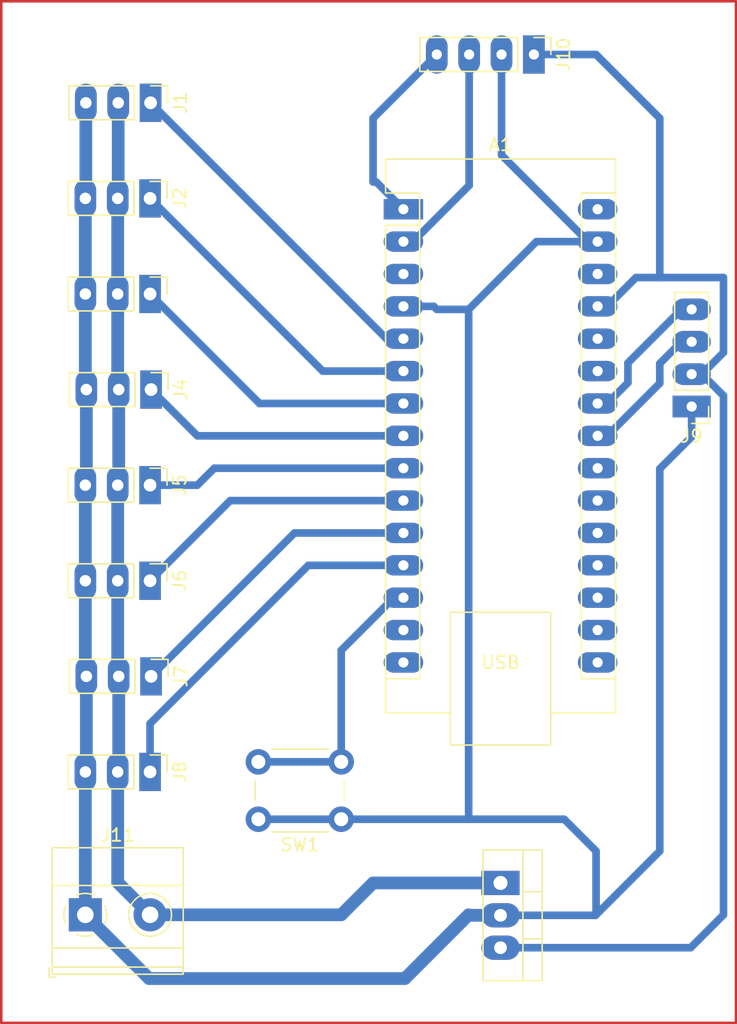
<source format=kicad_pcb>
(kicad_pcb (version 20240108) (generator "pcbnew") (generator_version "8.0")
  (layers (0 "F.Cu" signal) (31 "B.Cu" signal) (34 "B.Paste" user) (35 "F.Paste" user) (36 "B.SilkS" user "B.Silkscreen") (37 "F.SilkS" user "F.Silkscreen") (38 "B.Mask" user) (39 "F.Mask" user) (44 "Edge.Cuts" user))
  (net 0 "")
  (net 3 "d2")
  (net 5 "d3")
  (net 7 "d1")
  (net 8 "Net-(A1-D10{slash}CS)")
  (net 13 "d8")
  (net 14 "Net-(J1-Pin_3)")
  (net 16 "d6")
  (net 17 "Net-(A1-D1{slash}TX)")
  (net 18 "Net-(A1-SDA{slash}A4)")
  (net 19 "Net-(A1-VUSB{slash}5V)")
  (net 20 "Net-(A1-SCL{slash}A5)")
  (net 21 "d7")
  (net 23 "Net-(A1-D0{slash}RX)")
  (net 26 "d4")
  (net 28 "d5")
  (net 30 "Net-(J1-Pin_2)")
  (footprint "Connector_PinHeader_2.54mm:PinHeader_1x03_P2.54mm_Vertical" (layer "F.Cu") (at 117.5 103.79 -90)
    (property "Reference" "J6" (at 0 -2.33 90) (layer "F.SilkS"))
    (property "Value" "Conn_01x03_Socket" (hide yes))
    (fp_line (start -1.33 6.41) (end 1.33 6.41) (stroke (width 0.12)) (layer "F.SilkS"))
    (fp_line (start -1.33 1.27) (end -1.33 6.41) (stroke (width 0.12)) (layer "F.SilkS"))
    (fp_line (start -1.33 1.27) (end 1.33 1.27) (stroke (width 0.12)) (layer "F.SilkS"))
    (fp_line (start 1.33 1.27) (end 1.33 6.41) (stroke (width 0.12)) (layer "F.SilkS"))
    (fp_line (start -1.33 0) (end -1.33 -1.33) (stroke (width 0.12)) (layer "F.SilkS"))
    (fp_line (start -1.33 -1.33) (end 0 -1.33) (stroke (width 0.12)) (layer "F.SilkS"))
    (pad "1" thru_hole rect (at 0 0 270) (size 3 1.7) (drill 1) (layers "*.Cu" "*.Mask") (net 16 "d6"))
    (pad "2" thru_hole oval (at 0 2.54 270) (size 3 1.7) (drill 0.9) (layers "*.Cu" "*.Mask") (net 30 "Net-(J1-Pin_2)"))
    (pad "3" thru_hole oval (at 0 5.08 270) (size 3 1.7) (drill 0.9) (layers "*.Cu" "*.Mask") (net 14 "Net-(J1-Pin_3)"))
  )
  (footprint "Connector_PinHeader_2.54mm:PinHeader_1x04_P2.54mm_Vertical" (layer "F.Cu") (at 160 90.12 180)
    (property "Reference" "J9" (at 0 -2.33 0) (layer "F.SilkS"))
    (property "Value" "Conn_01x04_Socket" (hide yes))
    (fp_line (start 1.33 1.27) (end 1.33 8.95) (stroke (width 0.12)) (layer "F.SilkS"))
    (fp_line (start -1.33 8.95) (end 1.33 8.95) (stroke (width 0.12)) (layer "F.SilkS"))
    (fp_line (start -1.33 1.27) (end 1.33 1.27) (stroke (width 0.12)) (layer "F.SilkS"))
    (fp_line (start -1.33 1.27) (end -1.33 8.95) (stroke (width 0.12)) (layer "F.SilkS"))
    (fp_line (start -1.33 0) (end -1.33 -1.33) (stroke (width 0.12)) (layer "F.SilkS"))
    (fp_line (start -1.33 -1.33) (end 0 -1.33) (stroke (width 0.12)) (layer "F.SilkS"))
    (pad "1" thru_hole rect (at 0 0 180) (size 3 1.7) (drill 0.8) (layers "*.Cu" "*.Mask") (net 14 "Net-(J1-Pin_3)"))
    (pad "2" thru_hole oval (at 0 2.54 180) (size 3 1.7) (drill 0.8) (layers "*.Cu" "*.Mask") (net 19 "Net-(A1-VUSB{slash}5V)"))
    (pad "3" thru_hole oval (at 0 5.08 180) (size 3 1.7) (drill 0.8) (layers "*.Cu" "*.Mask") (net 18 "Net-(A1-SDA{slash}A4)"))
    (pad "4" thru_hole oval (at 0 7.62 180) (size 3 1.7) (drill 0.8) (layers "*.Cu" "*.Mask") (net 20 "Net-(A1-SCL{slash}A5)"))
  )
  (footprint "Connector_PinHeader_2.54mm:PinHeader_1x03_P2.54mm_Vertical" (layer "F.Cu") (at 117.58 88.79 -90)
    (property "Reference" "J4" (at 0 -2.33 90) (layer "F.SilkS"))
    (property "Value" "Conn_01x03_Socket" (hide yes))
    (fp_line (start -1.33 6.41) (end 1.33 6.41) (stroke (width 0.12)) (layer "F.SilkS"))
    (fp_line (start -1.33 1.27) (end -1.33 6.41) (stroke (width 0.12)) (layer "F.SilkS"))
    (fp_line (start -1.33 1.27) (end 1.33 1.27) (stroke (width 0.12)) (layer "F.SilkS"))
    (fp_line (start 1.33 1.27) (end 1.33 6.41) (stroke (width 0.12)) (layer "F.SilkS"))
    (fp_line (start -1.33 0) (end -1.33 -1.33) (stroke (width 0.12)) (layer "F.SilkS"))
    (fp_line (start -1.33 -1.33) (end 0 -1.33) (stroke (width 0.12)) (layer "F.SilkS"))
    (pad "1" thru_hole rect (at 0 0 270) (size 3 1.7) (drill 1) (layers "*.Cu" "*.Mask") (net 26 "d4"))
    (pad "2" thru_hole oval (at 0 2.54 270) (size 3 1.7) (drill 0.9) (layers "*.Cu" "*.Mask") (net 30 "Net-(J1-Pin_2)"))
    (pad "3" thru_hole oval (at 0 5.08 270) (size 3 1.7) (drill 0.9) (layers "*.Cu" "*.Mask") (net 14 "Net-(J1-Pin_3)"))
  )
  (footprint "Button_Switch_THT:SW_PUSH_6mm_H4.3mm" (layer "F.Cu") (at 132.5 122.5 180)
    (property "Reference" "SW1" (at 3.25 -2 0) (layer "F.SilkS"))
    (property "Value" "SW_SPST")
    (fp_line (start 6.75 3) (end 6.75 1.5) (stroke (width 0.12)) (layer "F.SilkS"))
    (fp_line (start 5.5 -1) (end 1 -1) (stroke (width 0.12)) (layer "F.SilkS"))
    (fp_line (start 1 5.5) (end 5.5 5.5) (stroke (width 0.12)) (layer "F.SilkS"))
    (fp_line (start -0.25 1.5) (end -0.25 3) (stroke (width 0.12)) (layer "F.SilkS"))
    (pad "1" thru_hole circle (at 0 0 270) (size 2 2) (drill 1.1) (layers "*.Cu" "*.Mask") (net 14 "Net-(J1-Pin_3)"))
    (pad "1" thru_hole circle (at 6.5 0 270) (size 2 2) (drill 1.1) (layers "*.Cu" "*.Mask") (net 14 "Net-(J1-Pin_3)"))
    (pad "2" thru_hole circle (at 0 4.5 270) (size 2 2) (drill 1.1) (layers "*.Cu" "*.Mask") (net 8 "Net-(A1-D10{slash}CS)"))
    (pad "2" thru_hole circle (at 6.5 4.5 270) (size 2 2) (drill 1.1) (layers "*.Cu" "*.Mask") (net 8 "Net-(A1-D10{slash}CS)"))
  )
  (footprint "Connector_PinHeader_2.54mm:PinHeader_1x03_P2.54mm_Vertical" (layer "F.Cu") (at 117.5 118.79 -90)
    (property "Reference" "J8" (at 0 -2.33 90) (layer "F.SilkS"))
    (property "Value" "Conn_01x03_Socket" (hide yes))
    (fp_line (start -1.33 6.41) (end 1.33 6.41) (stroke (width 0.12)) (layer "F.SilkS"))
    (fp_line (start -1.33 1.27) (end -1.33 6.41) (stroke (width 0.12)) (layer "F.SilkS"))
    (fp_line (start -1.33 1.27) (end 1.33 1.27) (stroke (width 0.12)) (layer "F.SilkS"))
    (fp_line (start 1.33 1.27) (end 1.33 6.41) (stroke (width 0.12)) (layer "F.SilkS"))
    (fp_line (start -1.33 0) (end -1.33 -1.33) (stroke (width 0.12)) (layer "F.SilkS"))
    (fp_line (start -1.33 -1.33) (end 0 -1.33) (stroke (width 0.12)) (layer "F.SilkS"))
    (pad "1" thru_hole rect (at 0 0 270) (size 3 1.7) (drill 1) (layers "*.Cu" "*.Mask") (net 13 "d8"))
    (pad "2" thru_hole oval (at 0 2.54 270) (size 3 1.7) (drill 0.9) (layers "*.Cu" "*.Mask") (net 30 "Net-(J1-Pin_2)"))
    (pad "3" thru_hole oval (at 0 5.08 270) (size 3 1.7) (drill 0.9) (layers "*.Cu" "*.Mask") (net 14 "Net-(J1-Pin_3)"))
  )
  (footprint "Module:Arduino_Nano" (layer "F.Cu") (at 137.3825 74.64)
    (property "Reference" "A1" (at 7.62 -5.08 0) (layer "F.SilkS"))
    (property "Value" "Arduino_Nano_ESP32")
    (fp_line (start -1.4 -3.94) (end -1.4 -1.27) (stroke (width 0.12)) (layer "F.SilkS"))
    (fp_line (start -1.4 1.27) (end -1.4 39.5) (stroke (width 0.12)) (layer "F.SilkS"))
    (fp_line (start -1.4 39.5) (end 3.68 39.5) (stroke (width 0.12)) (layer "F.SilkS"))
    (fp_line (start 1.27 -1.27) (end -1.4 -1.27) (stroke (width 0.12)) (layer "F.SilkS"))
    (fp_line (start 1.27 1.27) (end -1.4 1.27) (stroke (width 0.12)) (layer "F.SilkS"))
    (fp_line (start 1.27 1.27) (end 1.27 -1.27) (stroke (width 0.12)) (layer "F.SilkS"))
    (fp_line (start 1.27 1.27) (end 1.27 36.83) (stroke (width 0.12)) (layer "F.SilkS"))
    (fp_line (start 1.27 36.83) (end -1.4 36.83) (stroke (width 0.12)) (layer "F.SilkS"))
    (fp_line (start 3.68 31.62) (end 11.56 31.62) (stroke (width 0.12)) (layer "F.SilkS"))
    (fp_line (start 3.68 42.04) (end 3.68 31.62) (stroke (width 0.12)) (layer "F.SilkS"))
    (fp_line (start 11.56 31.62) (end 11.56 42.04) (stroke (width 0.12)) (layer "F.SilkS"))
    (fp_line (start 11.56 42.04) (end 3.68 42.04) (stroke (width 0.12)) (layer "F.SilkS"))
    (fp_line (start 13.97 -1.27) (end 13.97 36.83) (stroke (width 0.12)) (layer "F.SilkS"))
    (fp_line (start 13.97 -1.27) (end 16.64 -1.27) (stroke (width 0.12)) (layer "F.SilkS"))
    (fp_line (start 13.97 36.83) (end 16.64 36.83) (stroke (width 0.12)) (layer "F.SilkS"))
    (fp_line (start 16.64 -3.94) (end -1.4 -3.94) (stroke (width 0.12)) (layer "F.SilkS"))
    (fp_line (start 16.64 39.5) (end 11.56 39.5) (stroke (width 0.12)) (layer "F.SilkS"))
    (fp_line (start 16.64 39.5) (end 16.64 -3.94) (stroke (width 0.12)) (layer "F.SilkS"))
    (fp_text user "USB" (at 7.62 35.56 0) (layer "F.SilkS"))
    (pad "1" thru_hole rect (at 0 0) (size 3.1 1.6) (drill 0.8) (layers "*.Cu" "*.Mask") (net 17 "Net-(A1-D1{slash}TX)"))
    (pad "2" thru_hole oval (at 0 2.54) (size 3.1 1.6) (drill 0.8) (layers "*.Cu" "*.Mask") (net 23 "Net-(A1-D0{slash}RX)"))
    (pad "3" thru_hole oval (at 0 5.08) (size 3.1 1.6) (drill 0.8) (layers "*.Cu" "*.Mask"))
    (pad "4" thru_hole oval (at 0 7.62) (size 3.1 1.6) (drill 0.8) (layers "*.Cu" "*.Mask") (net 14 "Net-(J1-Pin_3)"))
    (pad "5" thru_hole oval (at 0 10.16) (size 3.1 1.6) (drill 0.8) (layers "*.Cu" "*.Mask") (net 7 "d1"))
    (pad "6" thru_hole oval (at 0 12.7) (size 3.1 1.6) (drill 0.8) (layers "*.Cu" "*.Mask") (net 3 "d2"))
    (pad "7" thru_hole oval (at 0 15.24) (size 3.1 1.6) (drill 0.8) (layers "*.Cu" "*.Mask") (net 5 "d3"))
    (pad "8" thru_hole oval (at 0 17.78) (size 3.1 1.6) (drill 0.8) (layers "*.Cu" "*.Mask") (net 26 "d4"))
    (pad "9" thru_hole oval (at 0 20.32) (size 3.1 1.6) (drill 0.8) (layers "*.Cu" "*.Mask") (net 28 "d5"))
    (pad "10" thru_hole oval (at 0 22.86) (size 3.1 1.6) (drill 0.8) (layers "*.Cu" "*.Mask") (net 16 "d6"))
    (pad "11" thru_hole oval (at 0 25.4) (size 3.1 1.6) (drill 0.8) (layers "*.Cu" "*.Mask") (net 21 "d7"))
    (pad "12" thru_hole oval (at 0 27.94) (size 3.1 1.6) (drill 0.8) (layers "*.Cu" "*.Mask") (net 13 "d8"))
    (pad "13" thru_hole oval (at 0 30.48) (size 3.1 1.6) (drill 0.8) (layers "*.Cu" "*.Mask") (net 8 "Net-(A1-D10{slash}CS)"))
    (pad "14" thru_hole oval (at 0 33.02) (size 3.1 1.6) (drill 0.8) (layers "*.Cu" "*.Mask"))
    (pad "15" thru_hole oval (at 0 35.56) (size 3.1 1.6) (drill 0.8) (layers "*.Cu" "*.Mask"))
    (pad "16" thru_hole oval (at 15.24 35.56) (size 3.1 1.6) (drill 0.8) (layers "*.Cu" "*.Mask"))
    (pad "17" thru_hole oval (at 15.24 33.02) (size 3.1 1.6) (drill 0.8) (layers "*.Cu" "*.Mask"))
    (pad "18" thru_hole oval (at 15.24 30.48) (size 3.1 1.6) (drill 0.8) (layers "*.Cu" "*.Mask"))
    (pad "19" thru_hole oval (at 15.24 27.94) (size 3.1 1.6) (drill 0.8) (layers "*.Cu" "*.Mask"))
    (pad "20" thru_hole oval (at 15.24 25.4) (size 3.1 1.6) (drill 0.8) (layers "*.Cu" "*.Mask"))
    (pad "21" thru_hole oval (at 15.24 22.86) (size 3.1 1.6) (drill 0.8) (layers "*.Cu" "*.Mask"))
    (pad "22" thru_hole oval (at 15.24 20.32) (size 3.1 1.6) (drill 0.8) (layers "*.Cu" "*.Mask"))
    (pad "23" thru_hole oval (at 15.24 17.78) (size 3.1 1.6) (drill 0.8) (layers "*.Cu" "*.Mask") (net 18 "Net-(A1-SDA{slash}A4)"))
    (pad "24" thru_hole oval (at 15.24 15.24) (size 3.1 1.6) (drill 0.8) (layers "*.Cu" "*.Mask") (net 20 "Net-(A1-SCL{slash}A5)"))
    (pad "25" thru_hole oval (at 15.24 12.7) (size 3.1 1.6) (drill 0.8) (layers "*.Cu" "*.Mask"))
    (pad "26" thru_hole oval (at 15.24 10.16) (size 3.1 1.6) (drill 0.8) (layers "*.Cu" "*.Mask"))
    (pad "27" thru_hole oval (at 15.24 7.62) (size 3.1 1.6) (drill 0.8) (layers "*.Cu" "*.Mask") (net 19 "Net-(A1-VUSB{slash}5V)"))
    (pad "28" thru_hole oval (at 15.24 5.08) (size 3.1 1.6) (drill 0.8) (layers "*.Cu" "*.Mask"))
    (pad "29" thru_hole oval (at 15.24 2.54) (size 3.1 1.6) (drill 0.8) (layers "*.Cu" "*.Mask") (net 14 "Net-(J1-Pin_3)"))
    (pad "30" thru_hole oval (at 15.24 0) (size 3.1 1.6) (drill 0.8) (layers "*.Cu" "*.Mask"))
  )
  (footprint "Connector_PinHeader_2.54mm:PinHeader_1x03_P2.54mm_Vertical" (layer "F.Cu") (at 117.54 66.29 -90)
    (property "Reference" "J1" (at 0 -2.33 90) (layer "F.SilkS"))
    (property "Value" "Conn_01x03_Socket" (hide yes))
    (fp_line (start -1.33 6.41) (end 1.33 6.41) (stroke (width 0.12)) (layer "F.SilkS"))
    (fp_line (start -1.33 1.27) (end -1.33 6.41) (stroke (width 0.12)) (layer "F.SilkS"))
    (fp_line (start -1.33 1.27) (end 1.33 1.27) (stroke (width 0.12)) (layer "F.SilkS"))
    (fp_line (start 1.33 1.27) (end 1.33 6.41) (stroke (width 0.12)) (layer "F.SilkS"))
    (fp_line (start -1.33 0) (end -1.33 -1.33) (stroke (width 0.12)) (layer "F.SilkS"))
    (fp_line (start -1.33 -1.33) (end 0 -1.33) (stroke (width 0.12)) (layer "F.SilkS"))
    (pad "1" thru_hole rect (at 0 0 270) (size 3 1.7) (drill 1) (layers "*.Cu" "*.Mask") (net 7 "d1"))
    (pad "2" thru_hole oval (at 0 2.54 270) (size 3 1.7) (drill 0.9) (layers "*.Cu" "*.Mask") (net 30 "Net-(J1-Pin_2)"))
    (pad "3" thru_hole oval (at 0 5.08 270) (size 3 1.7) (drill 0.9) (layers "*.Cu" "*.Mask") (net 14 "Net-(J1-Pin_3)"))
  )
  (footprint "Package_TO_SOT_THT:TO-220-3_Vertical" (layer "F.Cu") (at 145 127.5 -90)
    (property "Reference" "U1" (hide yes))
    (property "Value" "LM7805_TO220" (hide yes))
    (fp_line (start -2.58 1.371) (end 7.66 1.371) (stroke (width 0.12)) (layer "F.SilkS"))
    (fp_line (start -2.58 -1.76) (end 7.66 -1.76) (stroke (width 0.12)) (layer "F.SilkS"))
    (fp_line (start -2.58 -3.27) (end -2.58 1.371) (stroke (width 0.12)) (layer "F.SilkS"))
    (fp_line (start -2.58 -3.27) (end 7.66 -3.27) (stroke (width 0.12)) (layer "F.SilkS"))
    (fp_line (start 0.69 -3.27) (end 0.69 -1.76) (stroke (width 0.12)) (layer "F.SilkS"))
    (fp_line (start 4.391 -3.27) (end 4.391 -1.76) (stroke (width 0.12)) (layer "F.SilkS"))
    (fp_line (start 7.66 -3.27) (end 7.66 1.371) (stroke (width 0.12)) (layer "F.SilkS"))
    (pad "1" thru_hole rect (at 0 0 270) (size 1.905 3) (drill 1.1) (layers "*.Cu" "*.Mask") (net 30 "Net-(J1-Pin_2)"))
    (pad "2" thru_hole oval (at 2.54 0 270) (size 1.9 3) (drill 1) (layers "*.Cu" "*.Mask") (net 14 "Net-(J1-Pin_3)"))
    (pad "3" thru_hole oval (at 5.08 0 270) (size 1.9 3) (drill 1) (layers "*.Cu" "*.Mask") (net 19 "Net-(A1-VUSB{slash}5V)"))
  )
  (footprint "Connector_PinHeader_2.54mm:PinHeader_1x03_P2.54mm_Vertical" (layer "F.Cu") (at 117.5 96.29 -90)
    (property "Reference" "J5" (at 0 -2.33 90) (layer "F.SilkS"))
    (property "Value" "Conn_01x03_Socket" (hide yes))
    (fp_line (start -1.33 6.41) (end 1.33 6.41) (stroke (width 0.12)) (layer "F.SilkS"))
    (fp_line (start -1.33 1.27) (end -1.33 6.41) (stroke (width 0.12)) (layer "F.SilkS"))
    (fp_line (start -1.33 1.27) (end 1.33 1.27) (stroke (width 0.12)) (layer "F.SilkS"))
    (fp_line (start 1.33 1.27) (end 1.33 6.41) (stroke (width 0.12)) (layer "F.SilkS"))
    (fp_line (start -1.33 0) (end -1.33 -1.33) (stroke (width 0.12)) (layer "F.SilkS"))
    (fp_line (start -1.33 -1.33) (end 0 -1.33) (stroke (width 0.12)) (layer "F.SilkS"))
    (pad "1" thru_hole rect (at 0 0 270) (size 3 1.7) (drill 1) (layers "*.Cu" "*.Mask") (net 28 "d5"))
    (pad "2" thru_hole oval (at 0 2.54 270) (size 3 1.7) (drill 0.9) (layers "*.Cu" "*.Mask") (net 30 "Net-(J1-Pin_2)"))
    (pad "3" thru_hole oval (at 0 5.08 270) (size 3 1.7) (drill 0.9) (layers "*.Cu" "*.Mask") (net 14 "Net-(J1-Pin_3)"))
  )
  (footprint "Connector_PinHeader_2.54mm:PinHeader_1x03_P2.54mm_Vertical" (layer "F.Cu") (at 117.5 81.29 -90)
    (property "Reference" "J3" (hide yes))
    (property "Value" "Conn_01x03_Socket" (hide yes))
    (fp_line (start -1.33 6.41) (end 1.33 6.41) (stroke (width 0.12)) (layer "F.SilkS"))
    (fp_line (start -1.33 1.27) (end -1.33 6.41) (stroke (width 0.12)) (layer "F.SilkS"))
    (fp_line (start -1.33 1.27) (end 1.33 1.27) (stroke (width 0.12)) (layer "F.SilkS"))
    (fp_line (start 1.33 1.27) (end 1.33 6.41) (stroke (width 0.12)) (layer "F.SilkS"))
    (fp_line (start -1.33 0) (end -1.33 -1.33) (stroke (width 0.12)) (layer "F.SilkS"))
    (fp_line (start -1.33 -1.33) (end 0 -1.33) (stroke (width 0.12)) (layer "F.SilkS"))
    (pad "1" thru_hole rect (at 0 0 270) (size 3 1.7) (drill 1) (layers "*.Cu" "*.Mask") (net 5 "d3"))
    (pad "2" thru_hole oval (at 0 2.54 270) (size 3 1.7) (drill 0.9) (layers "*.Cu" "*.Mask") (net 30 "Net-(J1-Pin_2)"))
    (pad "3" thru_hole oval (at 0 5.08 270) (size 3 1.7) (drill 0.9) (layers "*.Cu" "*.Mask") (net 14 "Net-(J1-Pin_3)"))
  )
  (footprint "Connector_PinHeader_2.54mm:PinHeader_1x04_P2.54mm_Vertical" (layer "F.Cu") (at 147.62 62.5 -90)
    (property "Reference" "J10" (at 0 -2.33 90) (layer "F.SilkS"))
    (property "Value" "Conn_01x04_Socket" (hide yes))
    (fp_line (start -1.33 8.95) (end 1.33 8.95) (stroke (width 0.12)) (layer "F.SilkS"))
    (fp_line (start -1.33 1.27) (end -1.33 8.95) (stroke (width 0.12)) (layer "F.SilkS"))
    (fp_line (start -1.33 1.27) (end 1.33 1.27) (stroke (width 0.12)) (layer "F.SilkS"))
    (fp_line (start 1.33 1.27) (end 1.33 8.95) (stroke (width 0.12)) (layer "F.SilkS"))
    (fp_line (start -1.33 0) (end -1.33 -1.33) (stroke (width 0.12)) (layer "F.SilkS"))
    (fp_line (start -1.33 -1.33) (end 0 -1.33) (stroke (width 0.12)) (layer "F.SilkS"))
    (pad "1" thru_hole rect (at 0 0 270) (size 3 1.7) (drill 0.8) (layers "*.Cu" "*.Mask") (net 19 "Net-(A1-VUSB{slash}5V)"))
    (pad "2" thru_hole oval (at 0 2.54 270) (size 3 1.7) (drill 0.8) (layers "*.Cu" "*.Mask") (net 14 "Net-(J1-Pin_3)"))
    (pad "3" thru_hole oval (at 0 5.08 270) (size 3 1.7) (drill 0.8) (layers "*.Cu" "*.Mask") (net 23 "Net-(A1-D0{slash}RX)"))
    (pad "4" thru_hole oval (at 0 7.62 270) (size 3 1.7) (drill 0.8) (layers "*.Cu" "*.Mask") (net 17 "Net-(A1-D1{slash}TX)"))
  )
  (footprint "Connector_PinHeader_2.54mm:PinHeader_1x03_P2.54mm_Vertical" (layer "F.Cu") (at 117.58 111.29 -90)
    (property "Reference" "J7" (at 0 -2.33 90) (layer "F.SilkS"))
    (property "Value" "Conn_01x03_Socket" (hide yes))
    (fp_line (start -1.33 6.41) (end 1.33 6.41) (stroke (width 0.12)) (layer "F.SilkS"))
    (fp_line (start -1.33 1.27) (end -1.33 6.41) (stroke (width 0.12)) (layer "F.SilkS"))
    (fp_line (start -1.33 1.27) (end 1.33 1.27) (stroke (width 0.12)) (layer "F.SilkS"))
    (fp_line (start 1.33 1.27) (end 1.33 6.41) (stroke (width 0.12)) (layer "F.SilkS"))
    (fp_line (start -1.33 0) (end -1.33 -1.33) (stroke (width 0.12)) (layer "F.SilkS"))
    (fp_line (start -1.33 -1.33) (end 0 -1.33) (stroke (width 0.12)) (layer "F.SilkS"))
    (pad "1" thru_hole rect (at 0 0 270) (size 3 1.7) (drill 1) (layers "*.Cu" "*.Mask") (net 21 "d7"))
    (pad "2" thru_hole oval (at 0 2.54 270) (size 3 1.7) (drill 0.9) (layers "*.Cu" "*.Mask") (net 30 "Net-(J1-Pin_2)"))
    (pad "3" thru_hole oval (at 0 5.08 270) (size 3 1.7) (drill 0.9) (layers "*.Cu" "*.Mask") (net 14 "Net-(J1-Pin_3)"))
  )
  (footprint "Connector_PinHeader_2.54mm:PinHeader_1x03_P2.54mm_Vertical" (layer "F.Cu") (at 117.5 73.79 -90)
    (property "Reference" "J2" (at 0 -2.33 90) (layer "F.SilkS"))
    (property "Value" "Conn_01x03_Socket" (hide yes))
    (fp_line (start -1.33 6.41) (end 1.33 6.41) (stroke (width 0.12)) (layer "F.SilkS"))
    (fp_line (start -1.33 1.27) (end -1.33 6.41) (stroke (width 0.12)) (layer "F.SilkS"))
    (fp_line (start -1.33 1.27) (end 1.33 1.27) (stroke (width 0.12)) (layer "F.SilkS"))
    (fp_line (start 1.33 1.27) (end 1.33 6.41) (stroke (width 0.12)) (layer "F.SilkS"))
    (fp_line (start -1.33 0) (end -1.33 -1.33) (stroke (width 0.12)) (layer "F.SilkS"))
    (fp_line (start -1.33 -1.33) (end 0 -1.33) (stroke (width 0.12)) (layer "F.SilkS"))
    (pad "1" thru_hole rect (at 0 0 270) (size 3 1.7) (drill 1) (layers "*.Cu" "*.Mask") (net 3 "d2"))
    (pad "2" thru_hole oval (at 0 2.54 270) (size 3 1.7) (drill 0.9) (layers "*.Cu" "*.Mask") (net 30 "Net-(J1-Pin_2)"))
    (pad "3" thru_hole oval (at 0 5.08 270) (size 3 1.7) (drill 0.9) (layers "*.Cu" "*.Mask") (net 14 "Net-(J1-Pin_3)"))
  )
  (footprint "TerminalBlock_Phoenix:TerminalBlock_Phoenix_MKDS-1,5-2-5.08_1x02_P5.08mm_Horizontal" (layer "F.Cu") (at 112.42 130)
    (property "Reference" "J11" (at 2.54 -6.26 0) (layer "F.SilkS"))
    (property "Value" "Screw_Terminal_01x02" (hide yes))
    (fp_line (start -2.84 4.16) (end -2.84 4.9) (stroke (width 0.12)) (layer "F.SilkS"))
    (fp_line (start -2.84 4.9) (end -2.34 4.9) (stroke (width 0.12)) (layer "F.SilkS"))
    (fp_line (start -2.6 -5.261) (end -2.6 4.66) (stroke (width 0.12)) (layer "F.SilkS"))
    (fp_line (start -2.6 -5.261) (end 7.68 -5.261) (stroke (width 0.12)) (layer "F.SilkS"))
    (fp_line (start -2.6 -2.301) (end 7.68 -2.301) (stroke (width 0.12)) (layer "F.SilkS"))
    (fp_line (start -2.6 2.6) (end 7.68 2.6) (stroke (width 0.12)) (layer "F.SilkS"))
    (fp_line (start -2.6 4.1) (end 7.68 4.1) (stroke (width 0.12)) (layer "F.SilkS"))
    (fp_line (start -2.6 4.66) (end 7.68 4.66) (stroke (width 0.12)) (layer "F.SilkS"))
    (fp_line (start 3.853 1.023) (end 3.806 1.069) (stroke (width 0.12)) (layer "F.SilkS"))
    (fp_line (start 4.046 1.239) (end 4.011 1.274) (stroke (width 0.12)) (layer "F.SilkS"))
    (fp_line (start 6.15 -1.275) (end 6.115 -1.239) (stroke (width 0.12)) (layer "F.SilkS"))
    (fp_line (start 6.355 -1.069) (end 6.308 -1.023) (stroke (width 0.12)) (layer "F.SilkS"))
    (fp_line (start 7.68 -5.261) (end 7.68 4.66) (stroke (width 0.12)) (layer "F.SilkS"))
    (fp_arc (start -1.535427 0.683042) (mid -1.680501 -0.000524) (end -1.535 -0.684) (stroke (width 0.12)) (layer "F.SilkS"))
    (fp_arc (start -0.683042 -1.535427) (mid 0.000524 -1.680501) (end 0.684 -1.535) (stroke (width 0.12)) (layer "F.SilkS"))
    (fp_arc (start 0.028805 1.680253) (mid -0.335551 1.646659) (end -0.684 1.535) (stroke (width 0.12)) (layer "F.SilkS"))
    (fp_arc (start 0.683318 1.534756) (mid 0.349292 1.643288) (end 0 1.68) (stroke (width 0.12)) (layer "F.SilkS"))
    (fp_arc (start 1.535427 -0.683042) (mid 1.680501 0.000524) (end 1.535 0.684) (stroke (width 0.12)) (layer "F.SilkS"))
    (fp_circle (center 5.08 0) (end 6.76 0) (stroke (width 0.12)) (fill none) (layer "F.SilkS"))
    (pad "1" thru_hole rect (at 0 0) (size 2.6 2.6) (drill 1.3) (layers "*.Cu" "*.Mask") (net 14 "Net-(J1-Pin_3)"))
    (pad "2" thru_hole circle (at 5.08 0) (size 2.6 2.6) (drill 1.3) (layers "*.Cu" "*.Mask") (net 30 "Net-(J1-Pin_2)"))
  )
  (gr_rect (start 105.823533 58.323533) (end 163.478862 138.478862) (stroke (width 0.2)) (fill none) (layer "F.Cu") (net 19))
  (segment (start 131.05 87.34) (end 137.3825 87.34) (width 0.6) (layer "B.Cu") (net 3))
  (segment (start 117.5 73.79) (end 131.05 87.34) (width 0.6) (layer "B.Cu") (net 3))
  (segment (start 117.5 81.29) (end 117.5 82.5) (width 0.6) (layer "B.Cu") (net 5))
  (segment (start 117.5 81.29) (end 126.09 89.88) (width 0.6) (layer "B.Cu") (net 5))
  (segment (start 126.09 89.88) (end 137.3825 89.88) (width 0.6) (layer "B.Cu") (net 5))
  (segment (start 117.54 66.29) (end 136.05 84.8) (width 0.6) (layer "B.Cu") (net 7))
  (segment (start 136.05 84.8) (end 137.3825 84.8) (width 0.6) (layer "B.Cu") (net 7))
  (segment (start 132.5 109.2525) (end 132.5 118) (width 0.6) (layer "B.Cu") (net 8))
  (segment (start 137.3825 105.12) (end 136.6325 105.12) (width 0.6) (layer "B.Cu") (net 8))
  (segment (start 136.6325 105.12) (end 132.5 109.2525) (width 0.6) (layer "B.Cu") (net 8))
  (segment (start 132.5 118) (end 126 118) (width 0.6) (layer "B.Cu") (net 8))
  (segment (start 129.92 102.58) (end 137.3825 102.58) (width 0.6) (layer "B.Cu") (net 13))
  (segment (start 117.5 115) (end 129.92 102.58) (width 0.6) (layer "B.Cu") (net 13))
  (segment (start 117.5 118.79) (end 117.5 115) (width 0.6) (layer "B.Cu") (net 13))
  (segment (start 142.5 122.5) (end 142.5 82.5) (width 0.6) (layer "B.Cu") (net 14))
  (segment (start 142.5 82.5) (end 140 82.5) (width 0.6) (layer "B.Cu") (net 14))
  (segment (start 152.6225 77.18) (end 147.82 77.18) (width 0.6) (layer "B.Cu") (net 14))
  (segment (start 152.46 130.04) (end 145 130.04) (width 0.6) (layer "B.Cu") (net 14))
  (segment (start 157.5 95) (end 157.5 125) (width 0.6) (layer "B.Cu") (net 14))
  (segment (start 137.5 135) (end 142.5 130) (width 1) (layer "B.Cu") (net 14))
  (segment (start 132.5 122.5) (end 142.5 122.5) (width 0.6) (layer "B.Cu") (net 14))
  (segment (start 145.08 62.5) (end 145.08 70.3875) (width 0.6) (layer "B.Cu") (net 14))
  (segment (start 151.8725 77.18) (end 152.6225 77.18) (width 0.6) (layer "B.Cu") (net 14))
  (segment (start 112.5 96.21) (end 112.42 96.29) (width 1) (layer "B.Cu") (net 14))
  (segment (start 140 82.5) (end 139.76 82.26) (width 0.6) (layer "B.Cu") (net 14))
  (segment (start 145.08 70.3875) (end 151.8725 77.18) (width 0.6) (layer "B.Cu") (net 14))
  (segment (start 112.42 118.79) (end 112.42 130) (width 1) (layer "B.Cu") (net 14))
  (segment (start 112.42 73.79) (end 112.42 81.29) (width 1) (layer "B.Cu") (net 14))
  (segment (start 112.42 81.29) (end 112.42 88.71) (width 1) (layer "B.Cu") (net 14))
  (segment (start 132.5 122.5) (end 126 122.5) (width 0.6) (layer "B.Cu") (net 14))
  (segment (start 142.54 130.04) (end 145 130.04) (width 1) (layer "B.Cu") (net 14))
  (segment (start 147.82 77.18) (end 142.5 82.5) (width 0.6) (layer "B.Cu") (net 14))
  (segment (start 142.5 130) (end 142.54 130.04) (width 1) (layer "B.Cu") (net 14))
  (segment (start 112.42 111.21) (end 112.5 111.29) (width 1) (layer "B.Cu") (net 14))
  (segment (start 150 122.5) (end 152.5 125) (width 0.6) (layer "B.Cu") (net 14))
  (segment (start 112.42 103.79) (end 112.42 111.21) (width 1) (layer "B.Cu") (net 14))
  (segment (start 112.42 96.29) (end 112.42 103.79) (width 1) (layer "B.Cu") (net 14))
  (segment (start 157.5 125) (end 152.5 130) (width 0.6) (layer "B.Cu") (net 14))
  (segment (start 112.42 88.71) (end 112.5 88.79) (width 1) (layer "B.Cu") (net 14))
  (segment (start 160 90.12) (end 160 92.5) (width 0.6) (layer "B.Cu") (net 14))
  (segment (start 139.76 82.26) (end 137.3825 82.26) (width 0.6) (layer "B.Cu") (net 14))
  (segment (start 112.5 88.79) (end 112.5 96.21) (width 1) (layer "B.Cu") (net 14))
  (segment (start 152.5 130) (end 152.46 130.04) (width 0.6) (layer "B.Cu") (net 14))
  (segment (start 117.42 135) (end 137.5 135) (width 1) (layer "B.Cu") (net 14))
  (segment (start 152.5 125) (end 152.5 130) (width 0.6) (layer "B.Cu") (net 14))
  (segment (start 112.42 130) (end 117.42 135) (width 1) (layer "B.Cu") (net 14))
  (segment (start 112.46 73.75) (end 112.42 73.79) (width 1) (layer "B.Cu") (net 14))
  (segment (start 142.5 122.5) (end 150 122.5) (width 0.6) (layer "B.Cu") (net 14))
  (segment (start 112.46 66.29) (end 112.46 73.75) (width 1) (layer "B.Cu") (net 14))
  (segment (start 112.5 111.29) (end 112.5 118.71) (width 1) (layer "B.Cu") (net 14))
  (segment (start 160 92.5) (end 157.5 95) (width 0.6) (layer "B.Cu") (net 14))
  (segment (start 123.79 97.5) (end 137.3825 97.5) (width 0.6) (layer "B.Cu") (net 16))
  (segment (start 117.5 103.79) (end 123.79 97.5) (width 0.6) (layer "B.Cu") (net 16))
  (segment (start 135 67.5) (end 135 72.5) (width 0.6) (layer "B.Cu") (net 17))
  (segment (start 135 72.5) (end 135.2425 72.5) (width 0.6) (layer "B.Cu") (net 17))
  (segment (start 140 62.5) (end 135 67.5) (width 0.6) (layer "B.Cu") (net 17))
  (segment (start 135.2425 72.5) (end 137.3825 74.64) (width 0.6) (layer "B.Cu") (net 17))
  (segment (start 159.2 85.04) (end 157.5 86.74) (width 0.6) (layer "B.Cu") (net 18))
  (segment (start 160 85.04) (end 159.2 85.04) (width 0.6) (layer "B.Cu") (net 18))
  (segment (start 153.3725 92.42) (end 152.6225 92.42) (width 0.6) (layer "B.Cu") (net 18))
  (segment (start 157.5 86.74) (end 157.5 88.2925) (width 0.6) (layer "B.Cu") (net 18))
  (segment (start 157.5 88.2925) (end 153.3725 92.42) (width 0.6) (layer "B.Cu") (net 18))
  (segment (start 160 87.58) (end 160.8 87.58) (width 0.6) (layer "B.Cu") (net 19))
  (segment (start 157.5 67.5) (end 157.5 80) (width 0.6) (layer "B.Cu") (net 19))
  (segment (start 162.5 80) (end 157.5 80) (width 0.6) (layer "B.Cu") (net 19))
  (segment (start 157.5 80) (end 155.6325 80) (width 0.6) (layer "B.Cu") (net 19))
  (segment (start 160.81 87.58) (end 160 87.58) (width 0.6) (layer "B.Cu") (net 19))
  (segment (start 159.92 132.58) (end 162.5 130) (width 0.6) (layer "B.Cu") (net 19))
  (segment (start 153.3725 82.26) (end 152.6225 82.26) (width 0.6) (layer "B.Cu") (net 19))
  (segment (start 155.6325 80) (end 153.3725 82.26) (width 0.6) (layer "B.Cu") (net 19))
  (segment (start 147.62 62.5) (end 152.5 62.5) (width 0.6) (layer "B.Cu") (net 19))
  (segment (start 162.5 89.27) (end 160.81 87.58) (width 0.6) (layer "B.Cu") (net 19))
  (segment (start 152.5 62.5) (end 157.5 67.5) (width 0.6) (layer "B.Cu") (net 19))
  (segment (start 162.5 130) (end 162.5 89.27) (width 0.6) (layer "B.Cu") (net 19))
  (segment (start 145 132.58) (end 159.92 132.58) (width 0.6) (layer "B.Cu") (net 19))
  (segment (start 160.8 87.58) (end 162.5 85.88) (width 0.6) (layer "B.Cu") (net 19))
  (segment (start 162.5 85.88) (end 162.5 80) (width 0.6) (layer "B.Cu") (net 19))
  (segment (start 159.2 82.5) (end 155 86.7) (width 0.6) (layer "B.Cu") (net 20))
  (segment (start 155 86.7) (end 155 88.2525) (width 0.6) (layer "B.Cu") (net 20))
  (segment (start 160 82.5) (end 159.2 82.5) (width 0.6) (layer "B.Cu") (net 20))
  (segment (start 155 88.2525) (end 153.3725 89.88) (width 0.6) (layer "B.Cu") (net 20))
  (segment (start 153.3725 89.88) (end 152.6225 89.88) (width 0.6) (layer "B.Cu") (net 20))
  (segment (start 128.83 100.04) (end 137.3825 100.04) (width 0.6) (layer "B.Cu") (net 21))
  (segment (start 117.58 111.29) (end 128.83 100.04) (width 0.6) (layer "B.Cu") (net 21))
  (segment (start 142.54 72.7725) (end 142.54 62.5) (width 0.6) (layer "B.Cu") (net 23))
  (segment (start 138.1325 77.18) (end 142.54 72.7725) (width 0.6) (layer "B.Cu") (net 23))
  (segment (start 137.3825 77.18) (end 138.1325 77.18) (width 0.6) (layer "B.Cu") (net 23))
  (segment (start 121.21 92.42) (end 137.3825 92.42) (width 0.6) (layer "B.Cu") (net 26))
  (segment (start 117.58 88.79) (end 121.21 92.42) (width 0.6) (layer "B.Cu") (net 26))
  (segment (start 121.21 96.29) (end 122.54 94.96) (width 0.6) (layer "B.Cu") (net 28))
  (segment (start 117.5 96.29) (end 121.21 96.29) (width 0.6) (layer "B.Cu") (net 28))
  (segment (start 122.54 94.96) (end 137.3825 94.96) (width 0.6) (layer "B.Cu") (net 28))
  (segment (start 135 127.5) (end 145 127.5) (width 1) (layer "B.Cu") (net 30))
  (segment (start 115.04 96.21) (end 114.96 96.29) (width 1) (layer "B.Cu") (net 30))
  (segment (start 114.96 73.79) (end 114.96 81.29) (width 1) (layer "B.Cu") (net 30))
  (segment (start 115 73.75) (end 114.96 73.79) (width 1) (layer "B.Cu") (net 30))
  (segment (start 132.5 130) (end 135 127.5) (width 1) (layer "B.Cu") (net 30))
  (segment (start 114.96 127.46) (end 117.5 130) (width 1) (layer "B.Cu") (net 30))
  (segment (start 114.96 96.29) (end 114.96 103.79) (width 1) (layer "B.Cu") (net 30))
  (segment (start 114.96 103.79) (end 114.96 111.21) (width 1) (layer "B.Cu") (net 30))
  (segment (start 114.96 81.29) (end 114.96 88.71) (width 1) (layer "B.Cu") (net 30))
  (segment (start 117.5 130) (end 132.5 130) (width 1) (layer "B.Cu") (net 30))
  (segment (start 114.96 118.79) (end 114.96 127.46) (width 1) (layer "B.Cu") (net 30))
  (segment (start 115.04 88.79) (end 115.04 96.21) (width 1) (layer "B.Cu") (net 30))
  (segment (start 114.96 111.21) (end 115.04 111.29) (width 1) (layer "B.Cu") (net 30))
  (segment (start 115 66.29) (end 115 73.75) (width 1) (layer "B.Cu") (net 30))
  (segment (start 115.04 111.29) (end 115.04 118.71) (width 1) (layer "B.Cu") (net 30))
  (segment (start 114.96 88.71) (end 115.04 88.79) (width 1) (layer "B.Cu") (net 30))
)
</source>
